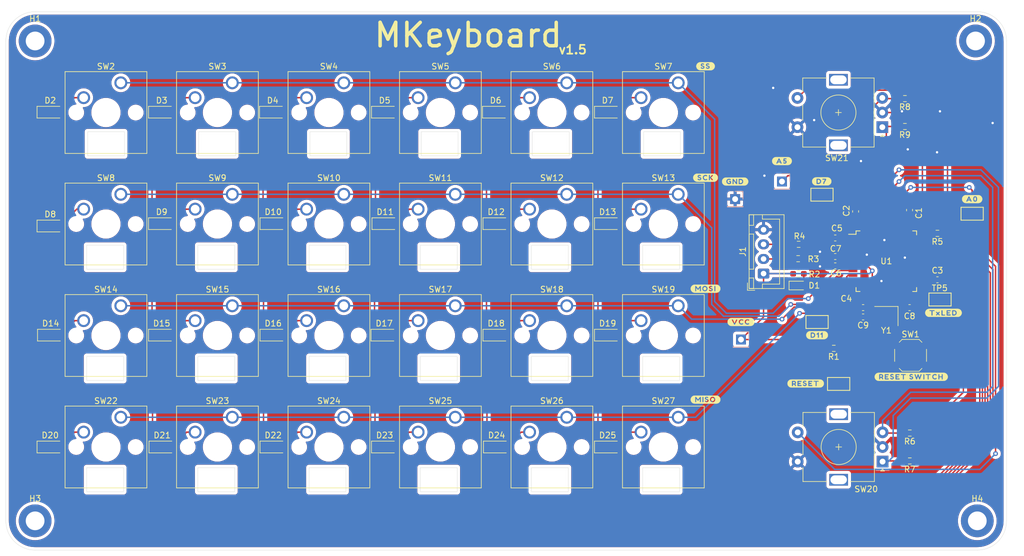
<source format=kicad_pcb>
(kicad_pcb (version 20210424) (generator pcbnew)
  (title_block (title "Macro Keyboard") (date "2021-04-16") (rev "v1.5"))
  (layers (0 "F.Cu" signal) (31 "B.Cu" signal) (34 "B.Paste" user) (35 "F.Paste" user) (36 "B.SilkS" user "B.Silkscreen") (37 "F.SilkS" user "F.Silkscreen") (38 "B.Mask" user) (39 "F.Mask" user) (44 "Edge.Cuts" user))
  (net 0 "")
  (net 1 "VCC")
  (net 2 "GND")
  (net 3 "Net-(C8-Pad1)")
  (net 4 "Net-(C9-Pad1)")
  (net 5 "Net-(D1-Pad2)")
  (net 6 "/C_0")
  (net 7 "Net-(D2-Pad2)")
  (net 8 "/C_1")
  (net 9 "Net-(D3-Pad2)")
  (net 10 "/C_2")
  (net 11 "Net-(D4-Pad2)")
  (net 12 "/C_3")
  (net 13 "Net-(D5-Pad2)")
  (net 14 "/C_4")
  (net 15 "Net-(D6-Pad2)")
  (net 16 "/C_5")
  (net 17 "Net-(D7-Pad2)")
  (net 18 "Net-(D8-Pad2)")
  (net 19 "Net-(D9-Pad2)")
  (net 20 "Net-(D10-Pad2)")
  (net 21 "Net-(D11-Pad2)")
  (net 22 "Net-(D12-Pad2)")
  (net 23 "Net-(D13-Pad2)")
  (net 24 "Net-(D14-Pad2)")
  (net 25 "Net-(D15-Pad2)")
  (net 26 "Net-(D16-Pad2)")
  (net 27 "Net-(D17-Pad2)")
  (net 28 "Net-(D18-Pad2)")
  (net 29 "Net-(D19-Pad2)")
  (net 30 "Net-(J1-Pad2)")
  (net 31 "Net-(J1-Pad3)")
  (net 32 "/RESET")
  (net 33 "/D+")
  (net 34 "/D-")
  (net 35 "Net-(R5-Pad2)")
  (net 36 "/DT_1")
  (net 37 "/CLK_1")
  (net 38 "/DT_2")
  (net 39 "/CLK_2")
  (net 40 "/R_0")
  (net 41 "/R_1")
  (net 42 "/R_2")
  (net 43 "/SW_1")
  (net 44 "/SW_2")
  (net 45 "/D7")
  (net 46 "/D11")
  (net 47 "/D3")
  (net 48 "/D2")
  (net 49 "/D0")
  (net 50 "/D1")
  (net 51 "/TXLED")
  (net 53 "Net-(D20-Pad2)")
  (net 54 "Net-(D21-Pad2)")
  (net 55 "Net-(D22-Pad2)")
  (net 56 "Net-(D23-Pad2)")
  (net 57 "Net-(D24-Pad2)")
  (net 58 "Net-(D25-Pad2)")
  (net 59 "/R_3")
  (net 60 "Net-(C7-Pad1)")
  (net 61 "/A0")
  (net 62 "/A5")
  (footprint "Capacitor_SMD:C_0603_1608Metric_Pad1.08x0.95mm_HandSolder" (layer "F.Cu") (at 207.10375 96.81625 180)
    (fp_text reference "C7")
    (fp_text value "1uF")
  )
  (footprint "Capacitor_SMD:C_0603_1608Metric_Pad1.08x0.95mm_HandSolder" (layer "F.Cu") (at 210.59 89.11 90)
    (fp_text reference "C2")
    (fp_text value "100nF")
  )
  (footprint "Button_Switch_SMD:SW_SPST_SKQG_WithStem" (layer "F.Cu") (at 219.98 113.7)
    (fp_text reference "SW1")
    (fp_text value "RESET SWITCH")
  )
  (footprint "Button_Switch_Keyboard:SW_Cherry_MX_1.00u_PCB" (layer "F.Cu") (at 161.225 86.18)
    (fp_text reference "SW12")
    (fp_text value "SW_Push")
  )
  (footprint "Diode_SMD:D_SOD-123" (layer "F.Cu") (at 130.19125 91.1965)
    (fp_text reference "D11")
    (fp_text value "1N4148")
  )
  (footprint "Diode_SMD:D_SOD-123" (layer "F.Cu") (at 130.11 72.1465)
    (fp_text reference "D5")
    (fp_text value "1N4148")
  )
  (footprint "Diode_SMD:D_SOD-123" (layer "F.Cu") (at 149.24125 129.36)
    (fp_text reference "D24")
    (fp_text value "1N4148")
  )
  (footprint "Diode_SMD:D_SOD-123" (layer "F.Cu") (at 168.21 91.1965)
    (fp_text reference "D13")
    (fp_text value "1N4148")
  )
  (footprint "Package_QFP:TQFP-44_10x10mm_P0.8mm" (layer "F.Cu") (at 215.835 97.61)
    (fp_text reference "U1")
    (fp_text value "atmega32u4-au")
  )
  (footprint "Resistor_SMD:R_0603_1608Metric_Pad0.98x0.95mm_HandSolder" (layer "F.Cu") (at 219.01 69.82875 180)
    (fp_text reference "R8")
    (fp_text value "10K")
  )
  (footprint "Diode_SMD:D_SOD-123" (layer "F.Cu") (at 92.01 110.2465)
    (fp_text reference "D15")
    (fp_text value "1N4148")
  )
  (footprint "Diode_SMD:D_SOD-123" (layer "F.Cu") (at 111.06 129.36)
    (fp_text reference "D22")
    (fp_text value "1N4148")
  )
  (footprint "Button_Switch_Keyboard:SW_Cherry_MX_1.00u_PCB" (layer "F.Cu") (at 142.175 105.23)
    (fp_text reference "SW17")
    (fp_text value "SW_Push")
  )
  (footprint "Button_Switch_Keyboard:SW_Cherry_MX_1.00u_PCB" (layer "F.Cu") (at 142.175 86.18)
    (fp_text reference "SW11")
    (fp_text value "SW_Push")
  )
  (footprint "Button_Switch_Keyboard:SW_Cherry_MX_1.00u_PCB" (layer "F.Cu") (at 161.225 105.23)
    (fp_text reference "SW18")
    (fp_text value "SW_Push")
  )
  (footprint "TestPoint:TestPoint_Keystone_5015_Micro-Minature" (layer "F.Cu") (at 230.5 89.5)
    (fp_text reference "TP3")
    (fp_text value "A0")
  )
  (footprint "buzzardLabel" (layer "F.Cu") (at 225.6 106.44)
    (fp_text reference "")
    (fp_text value "")
  )
  (footprint "buzzardLabel" (layer "F.Cu") (at 184.94375 102.31)
    (fp_text reference "")
    (fp_text value "")
  )
  (footprint "MountingHole:MountingHole_3.2mm_M3_DIN965_Pad" (layer "F.Cu") (at 231.37875 141.97875)
    (fp_text reference "H4")
    (fp_text value "MountingHole")
  )
  (footprint "Resistor_SMD:R_0603_1608Metric_Pad0.98x0.95mm_HandSolder" (layer "F.Cu") (at 219.8475 131.74125 180)
    (fp_text reference "R7")
    (fp_text value "10K")
  )
  (footprint "Button_Switch_Keyboard:SW_Cherry_MX_1.00u_PCB" (layer "F.Cu") (at 123.125 124.28)
    (fp_text reference "SW24")
    (fp_text value "SW_Push")
  )
  (footprint "Diode_SMD:D_SOD-123" (layer "F.Cu") (at 149.16 110.2465)
    (fp_text reference "D18")
    (fp_text value "1N4148")
  )
  (footprint "Diode_SMD:D_SOD-123" (layer "F.Cu") (at 72.96 91.5965)
    (fp_text reference "D8")
    (fp_text value "1N4148")
  )
  (footprint "Button_Switch_Keyboard:SW_Cherry_MX_1.00u_PCB" (layer "F.Cu") (at 85.025 105.23)
    (fp_text reference "SW14")
    (fp_text value "SW_Push")
  )
  (footprint "Rotary_Encoder:RotaryEncoder_Alps_EC11E-Switch_Vertical_H20mm" (layer "F.Cu") (at 215.19125 131.86 180)
    (fp_text reference "SW20")
    (fp_text value "Rotary_Encoder_Switch")
  )
  (footprint "Capacitor_SMD:C_0603_1608Metric_Pad1.08x0.95mm_HandSolder" (layer "F.Cu") (at 211.86625 105.5475 180)
    (fp_text reference "C4")
    (fp_text value "100nF")
  )
  (footprint "buzzardLabel" (layer "F.Cu") (at 204.00125 110.25125)
    (fp_text reference "")
    (fp_text value "")
  )
  (footprint "Diode_SMD:D_SOD-123" (layer "F.Cu") (at 111.06 91.1965)
    (fp_text reference "D10")
    (fp_text value "1N4148")
  )
  (footprint "Resistor_SMD:R_0603_1608Metric_Pad0.98x0.95mm_HandSolder" (layer "F.Cu") (at 206.85625 112.5 180)
    (fp_text reference "R1")
    (fp_text value "10K")
  )
  (footprint "Capacitor_SMD:C_0603_1608Metric_Pad1.08x0.95mm_HandSolder" (layer "F.Cu") (at 219.80375 105.5475)
    (fp_text reference "C8")
    (fp_text value "22pF")
  )
  (footprint "Capacitor_SMD:C_0603_1608Metric_Pad1.08x0.95mm_HandSolder" (layer "F.Cu") (at 207.10375 93.64125 180)
    (fp_text reference "C5")
    (fp_text value "100nF")
  )
  (footprint "Diode_SMD:D_SOD-123" (layer "F.Cu") (at 149.07875 72.1465)
    (fp_text reference "D6")
    (fp_text value "1N4148")
  )
  (footprint "Button_Switch_Keyboard:SW_Cherry_MX_1.00u_PCB" (layer "F.Cu") (at 104.075 67.13)
    (fp_text reference "SW3")
    (fp_text value "SW_Push")
  )
  (footprint "MountingHole:MountingHole_3.2mm_M3_DIN965_Pad" (layer "F.Cu") (at 231.07875 59.97875)
    (fp_text reference "H2")
    (fp_text value "MountingHole")
  )
  (footprint "Diode_SMD:D_SOD-123" (layer "F.Cu") (at 130.11 129.36)
    (fp_text reference "D23")
    (fp_text value "1N4148")
  )
  (footprint "Button_Switch_Keyboard:SW_Cherry_MX_1.00u_PCB" (layer "F.Cu") (at 180.275 86.18)
    (fp_text reference "SW13")
    (fp_text value "SW_Push")
  )
  (footprint "Connector_JST:JST_XH_B4B-XH-A_1x04_P2.50mm_Vertical" (layer "F.Cu") (at 194.85375 99.72875 90)
    (fp_text reference "J1")
    (fp_text value "Conn_01x04_Female")
  )
  (footprint "TestPoint:TestPoint_Keystone_5015_Micro-Minature" (layer "F.Cu") (at 207.6875 118.58125 180)
    (fp_text reference "TP2")
    (fp_text value "RESET")
  )
  (footprint "Resistor_SMD:R_0603_1608Metric_Pad0.98x0.95mm_HandSolder" (layer "F.Cu") (at 200.84875 94.725 180)
    (fp_text reference "R4")
    (fp_text value "22R")
  )
  (footprint "Diode_SMD:D_SOD-123" (layer "F.Cu") (at 149.16 91.1965)
    (fp_text reference "D12")
    (fp_text value "1N4148")
  )
  (footprint "Button_Switch_Keyboard:SW_Cherry_MX_1.00u_PCB" (layer "F.Cu") (at 123.125 105.23)
    (fp_text reference "SW16")
    (fp_text value "SW_Push")
  )
  (footprint "Diode_SMD:D_SOD-123" (layer "F.Cu") (at 168.21 72.1465)
    (fp_text reference "D7")
    (fp_text value "1N4148")
  )
  (footprint "Button_Switch_Keyboard:SW_Cherry_MX_1.00u_PCB" (layer "F.Cu") (at 104.075 105.23)
    (fp_text reference "SW15")
    (fp_text value "SW_Push")
  )
  (footprint "Capacitor_SMD:C_0603_1608Metric_Pad1.08x0.95mm_HandSolder" (layer "F.Cu") (at 219.80375 88.87875 90)
    (fp_text reference "C1")
    (fp_text value "1uF")
  )
  (footprint "Resistor_SMD:R_0603_1608Metric_Pad0.98x0.95mm_HandSolder" (layer "F.Cu") (at 200.76625 97.185 180)
    (fp_text reference "R3")
    (fp_text value "22R")
  )
  (footprint "buzzardLabel" (layer "F.Cu") (at 190 84)
    (fp_text reference "")
    (fp_text value "")
  )
  (footprint "buzzardLabel" (layer "F.Cu") (at 204.8 83.97)
    (fp_text reference "")
    (fp_text value "")
  )
  (footprint "buzzardLabel" (layer "F.Cu") (at 184.94375 64.29375)
    (fp_text reference "")
    (fp_text value "")
  )
  (footprint "Diode_SMD:D_SOD-123" (layer "F.Cu") (at 130.02875 110.2465)
    (fp_text reference "D17")
    (fp_text value "1N4148")
  )
  (footprint "Resistor_SMD:R_0603_1608Metric_Pad0.98x0.95mm_HandSolder" (layer "F.Cu") (at 200.82375 99.765)
    (fp_text reference "R2")
    (fp_text value "1K")
  )
  (footprint "Button_Switch_Keyboard:SW_Cherry_MX_1.00u_PCB" (layer "F.Cu") (at 161.225 124.28)
    (fp_text reference "SW26")
    (fp_text value "SW_Push")
  )
  (footprint "Resistor_SMD:R_0603_1608Metric_Pad0.98x0.95mm_HandSolder" (layer "F.Cu") (at 219.8475 126.97875 180)
    (fp_text reference "R6")
    (fp_text value "10K")
  )
  (footprint "Button_Switch_Keyboard:SW_Cherry_MX_1.00u_PCB" (layer "F.Cu") (at 85.025 67.13)
    (fp_text reference "SW2")
    (fp_text value "SW_Push")
  )
  (footprint "Diode_SMD:D_SOD-123" (layer "F.Cu") (at 168.21 110.2465)
    (fp_text reference "D19")
    (fp_text value "1N4148")
  )
  (footprint "buzzardLabel" (layer "F.Cu") (at 230.5 87)
    (fp_text reference "")
    (fp_text value "")
  )
  (footprint "LED_SMD:LED_0603_1608Metric_Pad1.05x0.95mm_HandSolder" (layer "F.Cu") (at 200.87625 101.765)
    (fp_text reference "D1")
    (fp_text value "LED_Small")
  )
  (footprint "Diode_SMD:D_SOD-123" (layer "F.Cu") (at 110.97875 72.1465)
    (fp_text reference "D4")
    (fp_text value "1N4148")
  )
  (footprint "Diode_SMD:D_SOD-123" (layer "F.Cu") (at 111.06 110.2465)
    (fp_text reference "D16")
    (fp_text value "1N4148")
  )
  (footprint "buzzardLabel" (layer "F.Cu") (at 184.94375 83.34375)
    (fp_text reference "")
    (fp_text value "")
  )
  (footprint "TestPoint:TestPoint_Keystone_5015_Micro-Minature" (layer "F.Cu") (at 204.83875 86.24875)
    (fp_text reference "TP7")
    (fp_text value "D7")
  )
  (footprint "Button_Switch_Keyboard:SW_Cherry_MX_1.00u_PCB" (layer "F.Cu") (at 85.025 86.18)
    (fp_text reference "SW8")
    (fp_text value "SW_Push")
  )
  (footprint "Diode_SMD:D_SOD-123" (layer "F.Cu") (at 92.01 72.1465)
    (fp_text reference "D3")
    (fp_text value "1N4148")
  )
  (footprint "Rotary_Encoder:RotaryEncoder_Alps_EC11E-Switch_Vertical_H20mm" (layer "F.Cu") (at 215.1475 74.71 180)
    (fp_text reference "SW21")
    (fp_text value "Rotary_Encoder_Switch")
  )
  (footprint "Button_Switch_Keyboard:SW_Cherry_MX_1.00u_PCB" (layer "F.Cu") (at 123.125 67.13)
    (fp_text reference "SW4")
    (fp_text value "SW_Push")
  )
  (footprint "Diode_SMD:D_SOD-123" (layer "F.Cu") (at 168.21 129.36)
    (fp_text reference "D25")
    (fp_text value "1N4148")
  )
  (footprint "buzzardLabel" (layer "F.Cu") (at 198 80.5)
    (fp_text reference "")
    (fp_text value "")
  )
  (footprint "MountingHole:MountingHole_3.2mm_M3_DIN965_Pad" (layer "F.Cu") (at 70.37875 141.97875)
    (fp_text reference "H3")
    (fp_text value "MountingHole")
  )
  (footprint "Button_Switch_Keyboard:SW_Cherry_MX_1.00u_PCB" (layer "F.Cu") (at 180.275 105.23)
    (fp_text reference "SW19")
    (fp_text value "SW_Push")
  )
  (footprint "Button_Switch_Keyboard:SW_Cherry_MX_1.00u_PCB" (layer "F.Cu") (at 123.125 86.18)
    (fp_text reference "SW10")
    (fp_text value "SW_Push")
  )
  (footprint "TestPoint:TestPoint_Keystone_5015_Micro-Minature" (layer "F.Cu") (at 225.00875 104.15875)
    (fp_text reference "TP5")
    (fp_text value "TXLED")
  )
  (footprint "Diode_SMD:D_SOD-123" (layer "F.Cu") (at 92.01 91.1965)
    (fp_text reference "D9")
    (fp_text value "1N4148")
  )
  (footprint "Resistor_SMD:R_0603_1608Metric_Pad0.98x0.95mm_HandSolder" (layer "F.Cu") (at 224.56625 92.8475 180)
    (fp_text reference "R5")
    (fp_text value "10k")
  )
  (footprint "Button_Switch_Keyboard:SW_Cherry_MX_1.00u_PCB" (layer "F.Cu") (at 142.175 124.28)
    (fp_text reference "SW25")
    (fp_text value "SW_Push")
  )
  (footprint "MountingHole:MountingHole_3.2mm_M3_DIN965_Pad" (layer "F.Cu") (at 70.37875 59.97875)
    (fp_text reference "H1")
    (fp_text value "MountingHole")
  )
  (footprint "Crystal:Crystal_SMD_3225-4Pin_3.2x2.5mm" (layer "F.Cu") (at 215.835 107 180)
    (fp_text reference "Y1")
    (fp_text value "Crystal")
  )
  (footprint "buzzardLabel" (layer "F.Cu") (at 202.05 118.51)
    (fp_text reference "")
    (fp_text value "")
  )
  (footprint "Diode_SMD:D_SOD-123" (layer "F.Cu") (at 92.09125 129.36)
    (fp_text reference "D21")
    (fp_text value "1N4148")
  )
  (footprint "buzzardLabel" (layer "F.Cu") (at 191 108)
    (fp_text reference "")
    (fp_text value "")
  )
  (footprint "Button_Switch_Keyboard:SW_Cherry_MX_1.00u_PCB" (layer "F.Cu") (at 85.025 124.28)
    (fp_text reference "SW22")
    (fp_text value "SW_Push")
  )
  (footprint "TestPoint:TestPoint_Keystone_5015_Micro-Minature" (layer "F.Cu") (at 204 108)
    (fp_text reference "TP11")
    (fp_text value "D11")
  )
  (footprint "Button_Switch_Keyboard:SW_Cherry_MX_1.00u_PCB" (layer "F.Cu") (at 161.225 67.13)
    (fp_text reference "SW6")
    (fp_text value "SW_Push")
  )
  (footprint "buzzardLabel" (layer "F.Cu") (at 184.94375 121.26)
    (fp_text reference "")
    (fp_text value "")
  )
  (footprint "Capacitor_SMD:C_0603_1608Metric_Pad1.08x0.95mm_HandSolder" (layer "F.Cu") (at 211.86625 107.135 180)
    (fp_text reference "C9")
    (fp_text value "22pF")
  )
  (footprint "Button_Switch_Keyboard:SW_Cherry_MX_1.00u_PCB" (layer "F.Cu") (at 180.275 67.13)
    (fp_text reference "SW7")
    (fp_text value "SW_Push")
  )
  (footprint "buzzardLabel" (layer "F.Cu") (at 220.09 117.37)
    (fp_text reference "")
    (fp_text value "")
  )
  (footprint "Diode_SMD:D_SOD-123" (layer "F.Cu") (at 72.96 72.1465)
    (fp_text reference "D2")
    (fp_text value "1N4148")
  )
  (footprint "Resistor_SMD:R_0603_1608Metric_Pad0.98x0.95mm_HandSolder" (layer "F.Cu") (at 219.01 74.59125 180)
    (fp_text reference "R9")
    (fp_text value "10K")
  )
  (footprint "Button_Switch_Keyboard:SW_Cherry_MX_1.00u_PCB" (layer "F.Cu") (at 104.075 86.18)
    (fp_text reference "SW9")
    (fp_text value "SW_Push")
  )
  (footprint "Diode_SMD:D_SOD-123" (layer "F.Cu") (at 73.04125 110.2465)
    (fp_text reference "D14")
    (fp_text value "1N4148")
  )
  (footprint "Button_Switch_Keyboard:SW_Cherry_MX_1.00u_PCB" (layer "F.Cu") (at 180.275 124.28)
    (fp_text reference "SW27")
    (fp_text value "SW_Push")
  )
  (footprint "Capacitor_SMD:C_0603_1608Metric_Pad1.08x0.95mm_HandSolder" (layer "F.Cu") (at 224.56625 100.785)
    (fp_text reference "C3")
    (fp_text value "100nF")
  )
  (footprint "Diode_SMD:D_SOD-123" (layer "F.Cu") (at 72.96 129.36)
    (fp_text reference "D20")
    (fp_text value "1N4148")
  )
  (footprint "Button_Switch_Keyboard:SW_Cherry_MX_1.00u_PCB" (layer "F.Cu") (at 104.075 124.28)
    (fp_text reference "SW23")
    (fp_text value "SW_Push")
  )
  (footprint "Capacitor_SMD:C_0603_1608Metric_Pad1.08x0.95mm_HandSolder" (layer "F.Cu") (at 207.10375 98.40375 180)
    (fp_text reference "C6")
    (fp_text value "1uF")
  )
  (footprint "Button_Switch_Keyboard:SW_Cherry_MX_1.00u_PCB" (layer "F.Cu") (at 142.175 67.13)
    (fp_text reference "SW5")
    (fp_text value "SW_Push")
  )
  (footprint "Connector_PinHeader_2.54mm:PinHeader_1x01_P2.54mm_Vertical" (layer "B.Cu") (at 190 87 180)
    (fp_text reference "TP6")
    (fp_text value "GND")
  )
  (footprint "Connector_PinHeader_2.54mm:PinHeader_1x01_P2.54mm_Vertical" (layer "B.Cu") (at 191 111 180)
    (fp_text reference "TP1")
    (fp_text value "VCC")
  )
  (footprint "Connector_PinHeader_2.54mm:PinHeader_1x01_P2.54mm_Vertical" (layer "B.Cu") (at 198 84 180)
    (fp_text reference "TP4")
    (fp_text value "A5")
  )
  (gr_rect (start 117.19375 94.89) (end 123.49375 98.99) (layer "Edge.Cuts") (width 0.05) (fill none))
  (gr_arc (start 70.37875 59.97875) (end 65.37875 59.97875) (angle 90) (layer "Edge.Cuts") (width 0.05))
  (gr_rect (start 136.19375 94.89) (end 142.49375 98.99) (layer "Edge.Cuts") (width 0.05) (fill none))
  (gr_rect (start 174.2 113.9) (end 180.5 118) (layer "Edge.Cuts") (width 0.05) (fill none))
  (gr_rect (start 155.35 75.5) (end 161.65 79.6) (layer "Edge.Cuts") (width 0.05) (fill none))
  (gr_rect (start 98.19375 113.89) (end 104.49375 117.99) (layer "Edge.Cuts") (width 0.05) (fill none))
  (gr_arc (start 231.37875 141.97875) (end 236.37875 141.97875) (angle 90) (layer "Edge.Cuts") (width 0.05))
  (gr_rect (start 98.19375 94.89) (end 104.49375 98.99) (layer "Edge.Cuts") (width 0.05) (fill none))
  (gr_line (start 236.37875 59.97875) (end 236.37875 141.97875) (layer "Edge.Cuts") (width 0.05))
  (gr_line (start 65.37875 59.97875) (end 65.37875 141.97875) (layer "Edge.Cuts") (width 0.05))
  (gr_rect (start 98.19375 132.89) (end 104.49375 136.99) (layer "Edge.Cuts") (width 0.05) (fill none))
  (gr_rect (start 117.35 75.5) (end 123.65 79.6) (layer "Edge.Cuts") (width 0.05) (fill none))
  (gr_rect (start 79.19375 132.89) (end 85.49375 136.99) (layer "Edge.Cuts") (width 0.05) (fill none))
  (gr_rect (start 174.35625 75.51) (end 180.65625 79.61) (layer "Edge.Cuts") (width 0.05) (fill none))
  (gr_rect (start 98.35 75.5) (end 104.65 79.6) (layer "Edge.Cuts") (width 0.05) (fill none))
  (gr_rect (start 174.2 132.9) (end 180.5 137) (layer "Edge.Cuts") (width 0.05) (fill none))
  (gr_rect (start 136.19375 113.89) (end 142.49375 117.99) (layer "Edge.Cuts") (width 0.05) (fill none))
  (gr_line (start 70.37875 146.97875) (end 231.37875 146.97875) (layer "Edge.Cuts") (width 0.05))
  (gr_rect (start 136.19375 132.89) (end 142.49375 136.99) (layer "Edge.Cuts") (width 0.05) (fill none))
  (gr_rect (start 117.19375 113.89) (end 123.49375 117.99) (layer "Edge.Cuts") (width 0.05) (fill none))
  (gr_rect (start 155.19375 113.89) (end 161.49375 117.99) (layer "Edge.Cuts") (width 0.05) (fill none))
  (gr_rect (start 174.2 94.9) (end 180.5 99) (layer "Edge.Cuts") (width 0.05) (fill none))
  (gr_rect (start 155.19375 94.89) (end 161.49375 98.99) (layer "Edge.Cuts") (width 0.05) (fill none))
  (gr_arc (start 231.37875 59.97875) (end 231.37875 54.97875) (angle 90) (layer "Edge.Cuts") (width 0.05))
  (gr_rect (start 155.19375 132.89) (end 161.49375 136.99) (layer "Edge.Cuts") (width 0.05) (fill none))
  (gr_rect (start 79.35 75.5) (end 85.65 79.6) (layer "Edge.Cuts") (width 0.05) (fill none))
  (gr_rect (start 136.35 75.5) (end 142.65 79.6) (layer "Edge.Cuts") (width 0.05) (fill none))
  (gr_rect (start 79.19375 94.89) (end 85.49375 98.99) (layer "Edge.Cuts") (width 0.05) (fill none))
  (gr_arc (start 70.37875 141.97875) (end 70.37875 146.97875) (angle 90) (layer "Edge.Cuts") (width 0.05))
  (gr_line (start 231.37875 54.97875) (end 70.37875 54.97875) (layer "Edge.Cuts") (width 0.05))
  (gr_rect (start 79.19375 113.89) (end 85.49375 117.99) (layer "Edge.Cuts") (width 0.05) (fill none))
  (gr_rect (start 117.19375 132.89) (end 123.49375 136.99) (layer "Edge.Cuts") (width 0.05) (fill none))
  (gr_text "MKeyboard" (at 144.37875 58.97875) (layer "F.SilkS") (effects (font (size 4 4) (thickness 0.6))))
  (gr_text "v1.5" (at 162.25 61.47) (layer "F.SilkS") (effects (font (size 1.5 1.5) (thickness 0.3))))
  (segment (start 220.97875 126.97875) (end 220.76 126.97875) (width 0.25) (layer "F.Cu") (net 1))
  (segment (start 214.925 96.075) (end 214.925 96) (width 0.25) (layer "F.Cu") (net 1))
  (segment (start 222 74) (end 222 89) (width 0.25) (layer "F.Cu") (net 1))
  (segment (start 199.875 99.72875) (end 199.91125 99.765) (width 0.25) (layer "F.Cu") (net 1))
  (segment (start 203.74875 111) (end 205.24875 112.5) (width 0.25) (layer "F.Cu") (net 1))
  (segment (start 221.535 100.81) (end 223.67875 100.81) (width 0.25) (layer "F.Cu") (net 1))
  (segment (start 211.835 91.91) (end 211.835 92.91) (width 0.25) (layer "F.Cu") (net 1))
  (segment (start 228 102) (end 229 103) (width 0.25) (layer "F.Cu") (net 1))
  (segment (start 213.9625 95.0375) (end 214.925 96) (width 0.25) (layer "F.Cu") (net 1))
  (segment (start 211.835 92.91) (end 213.9625 95.0375) (width 0.25) (layer "F.Cu") (net 1))
  (segment (start 205.24875 112.5) (end 205.94375 112.5) (width 0.25) (layer "F.Cu") (net 1))
  (segment (start 220.76 131.74125) (end 221.25875 131.74125) (width 0.25) (layer "F.Cu") (net 1))
  (segment (start 223.67875 100.81) (end 223.70375 100.785) (width 0.25) (layer "F.Cu") (net 1))
  (segment (start 213.335 94.41) (end 213.9625 95.0375) (width 0.25) (layer "F.Cu") (net 1))
  (segment (start 213.435 103.31) (end 213.435 104.84125) (width 0.25) (layer "F.Cu") (net 1))
  (segment (start 191 111) (end 203.74875 111) (width 0.25) (layer "F.Cu") (net 1))
  (segment (start 213.435 99.255) (end 212.59 98.41) (width 0.25) (layer "F.Cu") (net 1))
  (segment (start 216.745 96) (end 219.835 92.91) (width 0.25) (layer "F.Cu") (net 1))
  (segment (start 210.12875 98.40375) (end 210.135 98.41) (width 0.25) (layer "F.Cu") (net 1))
  (segment (start 220.535 100.81) (end 216.745 97.02) (width 0.25) (layer "F.Cu") (net 1))
  (segment (start 210.135 94.41) (end 213.335 94.41) (width 0.25) (layer "F.Cu") (net 1))
  (segment (start 207.96625 93.64125) (end 208.50375 93.64125) (width 0.25) (layer "F.Cu") (net 1))
  (segment (start 209.2725 94.41) (end 210.135 94.41) (width 0.25) (layer "F.Cu") (net 1))
  (segment (start 222 124) (end 220.76 125.24) (width 0.25) (layer "F.Cu") (net 1))
  (segment (start 207.96625 98.40375) (end 210.12875 98.40375) (width 0.25) (layer "F.Cu") (net 1))
  (segment (start 210.135 98.41) (end 212.59 98.41) (width 0.25) (layer "F.Cu") (net 1))
  (segment (start 221.535 100.81) (end 220.535 100.81) (width 0.25) (layer "F.Cu") (net 1))
  (segment (start 223.70375 100.785) (end 224.91875 102) (width 0.25) (layer "F.Cu") (net 1))
  (segment (start 212.59 98.41) (end 214.925 96.075) (width 0.25) (layer "F.Cu") (net 1))
  (segment (start 219.9225 69.82875) (end 221.82875 69.82875) (width 0.25) (layer "F.Cu") (net 1))
  (segment (start 229 120) (end 225 124) (width 0.25) (layer "F.Cu") (net 1))
  (segment (start 213.435 104.84125) (end 212.72875 105.5475) (width 0.25) (layer "F.Cu") (net 1))
  (segment (start 194.85375 99.72875) (end 199.875 99.72875) (width 0.25) (layer "F.Cu") (net 1))
  (segment (start 194.85375 107.14625) (end 191 111) (width 0.25) (layer "F.Cu") (net 1))
  (segment (start 214.925 96) (end 216.745 96) (width 0.25) (layer "F.Cu") (net 1))
  (segment (start 221.25875 131.74125) (end 222 131) (width 0.25) (layer "F.Cu") (net 1))
  (segment (start 225 124) (end 222 124) (width 0.25) (layer "F.Cu") (net 1))
  (segment (start 219.80375 89.74125) (end 219.80375 91.87875) (width 0.25) (layer "F.Cu") (net 1))
  (segment (start 194.85375 99.72875) (end 194.85375 107.14625) (width 0.25) (layer "F.Cu") (net 1))
  (segment (start 222 74) (end 221.40875 74.59125) (width 0.25) (layer "F.Cu") (net 1))
  (segment (start 208.50375 93.64125) (end 209.2725 94.41) (width 0.25) (layer "F.Cu") (net 1))
  (segment (start 219.835 92.91) (end 219.835 91.91) (width 0.25) (layer "F.Cu") (net 1))
  (segment (start 221.40875 74.59125) (end 219.9225 74.59125) (width 0.25) (layer "F.Cu") (net 1))
  (segment (start 216.745 97.02) (end 216.745 96) (width 0.25) (layer "F.Cu") (net 1))
  (segment (start 210.59 90.665) (end 211.835 91.91) (width 0.25) (layer "F.Cu") (net 1))
  (segment (start 203.74875 111) (end 204.64625 111.8975) (width 0.25) (layer "F.Cu") (net 1))
  (segment (start 222 89) (end 221.25875 89.74125) (width 0.25) (layer "F.Cu") (net 1))
  (segment (start 219.80375 91.87875) (end 219.835 91.91) (width 0.25) (layer "F.Cu") (net 1))
  (segment (start 222 70) (end 222 74) (width 0.25) (layer "F.Cu") (net 1))
  (segment (start 213.435 103.31) (end 213.435 99.255) (width 0.25) (layer "F.Cu") (net 1))
  (segment (start 224.91875 102) (end 228 102) (width 0.25) (layer "F.Cu") (net 1))
  (segment (start 221.25875 89.74125) (end 219.80375 89.74125) (width 0.25) (layer "F.Cu") (net 1))
  (segment (start 229 103) (end 229 120) (width 0.25) (layer "F.Cu") (net 1))
  (segment (start 221.82875 69.82875) (end 222 70) (width 0.25) (layer "F.Cu") (net 1))
  (segment (start 229 120) (end 228 121) (width 0.25) (layer "F.Cu") (net 1))
  (segment (start 222 131) (end 222 128) (width 0.25) (layer "F.Cu") (net 1))
  (segment (start 222 128) (end 220.97875 126.97875) (width 0.25) (layer "F.Cu") (net 1))
  (segment (start 220.76 125.24) (end 220.76 126.97875) (width 0.25) (layer "F.Cu") (net 1))
  (segment (start 210.59 89.9725) (end 210.59 90.665) (width 0.25) (layer "F.Cu") (net 1))
  (via (at 213.435 99.255) (size 0.8) (drill 0.4) (layers "F.Cu" "B.Cu") (net 1))
  (segment (start 194.85375 99.72875) (end 212.96125 99.72875) (width 0.25) (layer "B.Cu") (net 1))
  (segment (start 212.96125 99.72875) (end 213.435 99.255) (width 0.25) (layer "B.Cu") (net 1))
  (segment (start 212.19 96.81) (end 212.5 96.5) (width 0.25) (layer "F.Cu") (net 2))
  (segment (start 192.22875 92.22875) (end 194.85375 92.22875) (width 0.25) (layer "F.Cu") (net 2))
  (segment (start 219.035 91.91) (end 219.035 92.91) (width 0.25) (layer "F.Cu") (net 2))
  (segment (start 190 90) (end 192.22875 92.22875) (width 0.25) (layer "F.Cu") (net 2))
  (segment (start 219.035 92.91) (end 217.945 94) (width 0.25) (layer "F.Cu") (net 2))
  (segment (start 215.1475 72.21) (end 218.29 72.21) (width 0.25) (layer "F.Cu") (net 2))
  (segment (start 213.725 94) (end 215.5 94) (width 0.25) (layer "F.Cu") (net 2))
  (segment (start 218.29 72.21) (end 218.5 72) (width 0.25) (layer "F.Cu") (net 2))
  (segment (start 212.635 91.91) (end 212.635 92.91) (width 0.25) (layer "F.Cu") (net 2))
  (segment (start 217.945 94) (end 215.5 94) (width 0.25) (layer "F.Cu") (net 2))
  (segment (start 214.235 101.765) (end 215 101) (width 0.25) (layer "F.Cu") (net 2))
  (segment (start 190 87) (end 190 90) (width 0.25) (layer "F.Cu") (net 2))
  (segment (start 212.635 92.91) (end 213.725 94) (width 0.25) (layer "F.Cu") (net 2))
  (segment (start 210.135 96.81) (end 212.19 96.81) (width 0.25) (layer "F.Cu") (net 2))
  (segment (start 214.235 103.31) (end 214.235 101.765) (width 0.25) (layer "F.Cu") (net 2))
  (via (at 219 97) (size 0.8) (drill 0.4) (layers "F.Cu" "B.Cu") (net 2))
  (via (at 215.5 94) (size 0.8) (drill 0.4) (layers "F.Cu" "B.Cu") (net 2))
  (via (at 215 101) (size 0.8) (drill 0.4) (layers "F.Cu" "B.Cu") (net 2))
  (via (at 219.5 78.5) (size 0.8) (drill 0.4) (layers "F.Cu" "B.Cu") (net 2))
  (via (at 234 74) (size 0.8) (drill 0.4) (layers "F.Cu" "B.Cu") (net 2))
  (via (at 211.5 80.5) (size 0.8) (drill 0.4) (layers "F.Cu" "B.Cu") (net 2))
  (via (at 203.5 73.5) (size 0.8) (drill 0.4) (layers "F.Cu" "B.Cu") (net 2))
  (via (at 195 83) (size 0.8) (drill 0.4) (layers "F.Cu" "B.Cu") (net 2))
  (via (at 212.5 96.5) (size 0.8) (drill 0.4) (layers "F.Cu" "B.Cu") (net 2))
  (via (at 224.5 79) (size 0.8) (drill 0.4) (layers "F.Cu" "B.Cu") (net 2))
  (via (at 204.5 96) (size 0.8) (drill 0.4) (layers "F.Cu" "B.Cu") (net 2))
  (via (at 218.5 72) (size 0.8) (drill 0.4) (layers "F.Cu" "B.Cu") (net 2))
  (via (at 196.5 68) (size 0.8) (drill 0.4) (layers "F.Cu" "B.Cu") (net 2))
  (via (at 204.5 98.5) (size 0.8) (drill 0.4) (layers "F.Cu" "B.Cu") (net 2))
  (via (at 225 72) (size 0.8) (drill 0.4) (layers "F.Cu" "B.Cu") (net 2))
  (segment (start 218.5 72) (end 225 72) (width 0.25) (layer "B.Cu") (net 2))
  (segment (start 217.5375 105.5475) (end 216.935 106.15) (width 0.25) (layer "F.Cu") (net 3))
  (segment (start 218.54375 105.15) (end 218.94125 105.5475) (width 0.25) (layer "F.Cu") (net 3))
  (segment (start 218.94125 105.5475) (end 217.5375 105.5475) (width 0.25) (layer "F.Cu") (net 3))
  (segment (start 215.835 105.05) (end 216.935 106.15) (width 0.25) (layer "F.Cu") (net 3))
  (segment (start 215.835 103.31) (end 215.835 105.05) (width 0.25) (layer "F.Cu") (net 3))
  (segment (start 214.735 106.15) (end 213.71375 106.15) (width 0.25) (layer "F.Cu") (net 4))
  (segment (start 215.035 105.85) (end 214.735 106.15) (width 0.25) (layer "F.Cu") (net 4))
  (segment (start 212.785 107.19125) (end 212.72875 107.135) (width 0.25) (layer "F.Cu") (net 4))
  (segment (start 215.035 103.31) (end 215.035 105.85) (width 0.25) (layer "F.Cu") (net 4))
  (segment (start 213.71375 106.15) (end 212.72875 107.135) (width 0.25) (layer "F.Cu") (net 4))
  (segment (start 201.73625 99.765) (end 201.73625 101.75) (width 0.25) (layer "F.Cu") (net 5))
  (segment (start 201.73625 101.75) (end 201.75125 101.765) (width 0.25) (layer "F.Cu") (net 5))
  (segment (start 231.01 96.01) (end 221.535 96.01) (width 0.25) (layer "F.Cu") (net 6))
  (segment (start 71.31 137.81) (end 75 141.5) (width 0.25) (layer "F.Cu") (net 6))
  (segment (start 234.050489 99.050489) (end 231.01 96.01) (width 0.25) (layer "F.Cu") (net 6))
  (segment (start 71.31 91.5965) (end 71.31 110.16525) (width 0.25) (layer "F.Cu") (net 6))
  (segment (start 71.31 72.1465) (end 71.31 91.5965) (width 0.25) (layer "F.Cu") (net 6))
  (segment (start 220.75 141.5) (end 234.050489 128.199511) (width 0.25) (layer "F.Cu") (net 6))
  (segment (start 75 141.5) (end 220.75 141.5) (width 0.25) (layer "F.Cu") (net 6))
  (segment (start 71.39125 110.2465) (end 71.39125 129.27875) (width 0.25) (layer "F.Cu") (net 6))
  (segment (start 234.050489 128.199511) (end 234.050489 99.050489) (width 0.25) (layer "F.Cu") (net 6))
  (segment (start 71.31 129.36) (end 71.31 137.81) (width 0.25) (layer "F.Cu") (net 6))
  (segment (start 71.39125 129.27875) (end 71.31 129.36) (width 0.25) (layer "F.Cu") (net 6))
  (segment (start 71.31 137.81) (end 72.085 138.585) (width 0.25) (layer "F.Cu") (net 6))
  (segment (start 71.31 110.16525) (end 71.39125 110.2465) (width 0.25) (layer "F.Cu") (net 6))
  (segment (start 77.0865 69.67) (end 78.675 69.67) (width 0.25) (layer "F.Cu") (net 7))
  (segment (start 74.61 72.1465) (end 77.0865 69.67) (width 0.25) (layer "F.Cu") (net 7))
  (segment (start 98.29 141) (end 220.614296 141) (width 0.25) (layer "F.Cu") (net 8))
  (segment (start 220.614296 141) (end 233.600978 128.013318) (width 0.25) (layer "F.Cu") (net 8))
  (segment (start 90.44125 133.15125) (end 98.29 141) (width 0.25) (layer "F.Cu") (net 8))
  (segment (start 90.36 110.2465) (end 90.36 91.1965) (width 0.25) (layer "F.Cu") (net 8))
  (segment (start 233.600978 128.013318) (end 233.600978 99.600978) (width 0.25) (layer "F.Cu") (net 8))
  (segment (start 233.600978 99.600978) (end 230.81 96.81) (width 0.25) (layer "F.Cu") (net 8))
  (segment (start 90.44125 110.32775) (end 90.36 110.2465) (width 0.25) (layer "F.Cu") (net 8))
  (segment (start 90.44125 129.36) (end 90.44125 133.15125) (width 0.25) (layer "F.Cu") (net 8))
  (segment (start 90.44125 133.15125) (end 91.21625 133.92625) (width 0.25) (layer "F.Cu") (net 8))
  (segment (start 230.81 96.81) (end 221.535 96.81) (width 0.25) (layer "F.Cu") (net 8))
  (segment (start 90.44125 129.36) (end 90.44125 110.32775) (width 0.25) (layer "F.Cu") (net 8))
  (segment (start 90.36 91.1965) (end 90.36 72.1465) (width 0.25) (layer "F.Cu") (net 8))
  (segment (start 93.66 72.1465) (end 96.1365 69.67) (width 0.25) (layer "F.Cu") (net 9))
  (segment (start 96.1365 69.67) (end 97.725 69.67) (width 0.25) (layer "F.Cu") (net 9))
  (segment (start 109.32875 72.1465) (end 109.32875 91.11525) (width 0.25) (layer "F.Cu") (net 10))
  (segment (start 233.151467 100.151467) (end 230.61 97.61) (width 0.25) (layer "F.Cu") (net 10))
  (segment (start 230.61 97.61) (end 221.535 97.61) (width 0.25) (layer "F.Cu") (net 10))
  (segment (start 109.41 138.41) (end 111.5 140.5) (width 0.25) (layer "F.Cu") (net 10))
  (segment (start 220.478592 140.5) (end 233.151467 127.827125) (width 0.25) (layer "F.Cu") (net 10))
  (segment (start 109.41 129.36) (end 109.41 138.41) (width 0.25) (layer "F.Cu") (net 10))
  (segment (start 109.41 110.2465) (end 109.41 129.36) (width 0.25) (layer "F.Cu") (net 10))
  (segment (start 109.32875 91.11525) (end 109.41 91.1965) (width 0.25) (layer "F.Cu") (net 10))
  (segment (start 109.41 91.1965) (end 109.41 110.2465) (width 0.25) (layer "F.Cu") (net 10))
  (segment (start 109.41 138.41) (end 110.185 139.185) (width 0.25) (layer "F.Cu") (net 10))
  (segment (start 233.151467 127.827125) (end 233.151467 100.151467) (width 0.25) (layer "F.Cu") (net 10))
  (segment (start 111.5 140.5) (end 220.478592 140.5) (width 0.25) (layer "F.Cu") (net 10))
  (segment (start 115.10525 69.67) (end 116.775 69.67) (width 0.25) (layer "F.Cu") (net 11))
  (segment (start 112.62875 72.1465) (end 115.10525 69.67) (width 0.25) (layer "F.Cu") (net 11))
  (segment (start 128.54125 72.22775) (end 128.46 72.1465) (width 0.25) (layer "F.Cu") (net 12))
  (segment (start 128.54125 91.1965) (end 128.54125 72.22775) (width 0.25) (layer "F.Cu") (net 12))
  (segment (start 128.37875 91.359) (end 128.54125 91.1965) (width 0.25) (layer "F.Cu") (net 12))
  (segment (start 128.46 133.9) (end 134.56 140) (width 0.25) (layer "F.Cu") (net 12))
  (segment (start 230.774296 98.41) (end 221.535 98.41) (width 0.25) (layer "F.Cu") (net 12))
  (segment (start 128.46 129.36) (end 128.46 110.32775) (width 0.25) (layer "F.Cu") (net 12))
  (segment (start 128.46 110.32775) (end 128.37875 110.2465) (width 0.25) (layer "F.Cu") (net 12))
  (segment (start 232.701956 100.33766) (end 230.774296 98.41) (width 0.25) (layer "F.Cu") (net 12))
  (segment (start 134.56 140) (end 139.875 140) (width 0.25) (layer "F.Cu") (net 12))
  (segment (start 128.37875 110.2465) (end 128.37875 91.359) (width 0.25) (layer "F.Cu") (net 12))
  (segment (start 134.56 140) (end 220.342888 140) (width 0.25) (layer "F.Cu") (net 12))
  (segment (start 128.46 129.36) (end 128.46 133.9) (width 0.25) (layer "F.Cu") (net 12))
  (segment (start 220.342888 140) (end 232.701956 127.640932) (width 0.25) (layer "F.Cu") (net 12))
  (segment (start 128.46 133.9) (end 129.235 134.675) (width 0.25) (layer "F.Cu") (net 12))
  (segment (start 232.701956 127.640932) (end 232.701956 100.33766) (width 0.25) (layer "F.Cu") (net 12))
  (segment (start 134.2365 69.67) (end 135.825 69.67) (width 0.25) (layer "F.Cu") (net 13))
  (segment (start 131.76 72.1465) (end 134.2365 69.67) (width 0.25) (layer "F.Cu") (net 13))
  (segment (start 147.59125 129.36) (end 147.59125 136.61125) (width 0.25) (layer "F.Cu") (net 14))
  (segment (start 150.48 139.5) (end 220.207184 139.5) (width 0.25) (layer "F.Cu") (net 14))
  (segment (start 147.51 110.2465) (end 147.51 91.1965) (width 0.25) (layer "F.Cu") (net 14))
  (segment (start 232.252445 100.523853) (end 230.938592 99.21) (width 0.25) (layer "F.Cu") (net 14))
  (segment (start 147.51 72.22775) (end 147.42875 72.1465) (width 0.25) (layer "F.Cu") (net 14))
  (segment (start 147.59125 129.36) (end 147.59125 110.32775) (width 0.25) (layer "F.Cu") (net 14))
  (segment (start 232.252445 127.454739) (end 232.252445 100.523853) (width 0.25) (layer "F.Cu") (net 14))
  (segment (start 147.59125 136.61125) (end 150.48 139.5) (width 0.25) (layer "F.Cu") (net 14))
  (segment (start 147.59125 110.32775) (end 147.51 110.2465) (width 0.25) (layer "F.Cu") (net 14))
  (segment (start 147.59125 136.61125) (end 148.36625 137.38625) (width 0.25) (layer "F.Cu") (net 14))
  (segment (start 150.48 139.5) (end 158.50625 139.5) (width 0.25) (layer "F.Cu") (net 14))
  (segment (start 147.51 91.1965) (end 147.51 72.22775) (width 0.25) (layer "F.Cu") (net 14))
  (segment (start 220.207184 139.5) (end 232.252445 127.454739) (width 0.25) (layer "F.Cu") (net 14))
  (segment (start 230.938592 99.21) (end 221.535 99.21) (width 0.25) (layer "F.Cu") (net 14))
  (segment (start 153.20525 69.67) (end 150.72875 72.1465) (width 0.25) (layer "F.Cu") (net 15))
  (segment (start 154.875 69.67) (end 153.20525 69.67) (width 0.25) (layer "F.Cu") (net 15))
  (segment (start 168 139) (end 220.07148 139) (width 0.25) (layer "F.Cu") (net 16))
  (segment (start 230.98548 99.98548) (end 221.55952 99.98548) (width 0.25) (layer "F.Cu") (net 16))
  (segment (start 231.802934 100.802934) (end 230.98548 99.98548) (width 0.25) (layer "F.Cu") (net 16))
  (segment (start 166.56 129.36) (end 166.56 110.2465) (width 0.25) (layer "F.Cu") (net 16))
  (segment (start 231.802934 127.268546) (end 231.802934 100.802934) (width 0.25) (layer "F.Cu") (net 16))
  (segment (start 166.56 91.1965) (end 166.56 72.1465) (width 0.25) (layer "F.Cu") (net 16))
  (segment (start 166.56 137.56) (end 167.335 138.335) (width 0.25) (layer "F.Cu") (net 16))
  (segment (start 166.56 137.56) (end 168 139) (width 0.25) (layer "F.Cu") (net 16))
  (segment (start 220.07148 139) (end 231.802934 127.268546) (width 0.25) (layer "F.Cu") (net 16))
  (segment (start 221.55952 99.98548) (end 221.535 100.01) (width 0.25) (layer "F.Cu") (net 16))
  (segment (start 166.56 129.36) (end 166.56 137.56) (width 0.25) (layer "F.Cu") (net 16))
  (segment (start 166.56 110.2465) (end 166.56 91.1965) (width 0.25) (layer "F.Cu") (net 16))
  (segment (start 173.925 69.67) (end 171.33 69.67) (width 0.25) (layer "F.Cu") (net 17))
  (segment (start 171.33 69.67) (end 169.86 71.14) (width 0.25) (layer "F.Cu") (net 17))
  (segment (start 169.86 71.14) (end 169.86 72.1465) (width 0.25) (layer "F.Cu") (net 17))
  (segment (start 77.4865 88.72) (end 78.675 88.72) (width 0.25) (layer "F.Cu") (net 18))
  (segment (start 74.61 91.5965) (end 77.4865 88.72) (width 0.25) (layer "F.Cu") (net 18))
  (segment (start 93.66 91.1965) (end 96.1365 88.72) (width 0.25) (layer "F.Cu") (net 19))
  (segment (start 96.1365 88.72) (end 97.725 88.72) (width 0.25) (layer "F.Cu") (net 19))
  (segment (start 115.1865 88.72) (end 116.775 88.72) (width 0.25) (layer "F.Cu") (net 20))
  (segment (start 112.71 91.1965) (end 115.1865 88.72) (width 0.25) (layer "F.Cu") (net 20))
  (segment (start 131.84125 91.1965) (end 134.31775 88.72) (width 0.25) (layer "F.Cu") (net 21))
  (segment (start 134.31775 88.72) (end 135.825 88.72) (width 0.25) (layer "F.Cu") (net 21))
  (segment (start 153.2865 88.72) (end 154.875 88.72) (width 0.25) (layer "F.Cu") (net 22))
  (segment (start 150.81 91.1965) (end 153.2865 88.72) (width 0.25) (layer "F.Cu") (net 22))
  (segment (start 169.86 89.14) (end 170.28 88.72) (width 0.25) (layer "F.Cu") (net 23))
  (segment (start 169.86 91.1965) (end 169.86 89.14) (width 0.25) (layer "F.Cu") (net 23))
  (segment (start 170.28 88.72) (end 173.925 88.72) (width 0.25) (layer "F.Cu") (net 23))
  (segment (start 77.16775 107.77) (end 78.675 107.77) (width 0.25) (layer "F.Cu") (net 24))
  (segment (start 74.69125 110.2465) (end 77.16775 107.77) (width 0.25) (layer "F.Cu") (net 24))
  (segment (start 96.1365 107.77) (end 97.725 107.77) (width 0.25) (layer "F.Cu") (net 25))
  (segment (start 93.66 110.2465) (end 96.1365 107.77) (width 0.25) (layer "F.Cu") (net 25))
  (segment (start 115.1865 107.77) (end 116.775 107.77) (width 0.25) (layer "F.Cu") (net 26))
  (segment (start 112.71 110.2465) (end 115.1865 107.77) (width 0.25) (layer "F.Cu") (net 26))
  (segment (start 134.15525 107.77) (end 135.825 107.77) (width 0.25) (layer "F.Cu") (net 27))
  (segment (start 131.67875 110.2465) (end 134.15525 107.77) (width 0.25) (layer "F.Cu") (net 27))
  (segment (start 150.81 110.2465) (end 153.2865 107.77) (width 0.25) (layer "F.Cu") (net 28))
  (segment (start 153.2865 107.77) (end 154.875 107.77) (width 0.25) (layer "F.Cu") (net 28))
  (segment (start 169.86 109.14) (end 171.23 107.77) (width 0.25) (layer "F.Cu") (net 29))
  (segment (start 171.23 107.77) (end 173.925 107.77) (width 0.25) (layer "F.Cu") (net 29))
  (segment (start 169.86 110.2465) (end 169.86 109.14) (width 0.25) (layer "F.Cu") (net 29))
  (segment (start 199.81 97.22875) (end 199.85375 97.185) (width 0.25) (layer "F.Cu") (net 30))
  (segment (start 194.85375 97.22875) (end 199.81 97.22875) (width 0.25) (layer "F.Cu") (net 30))
  (segment (start 199.9325 94.72875) (end 199.93625 94.725) (width 0.25) (layer "F.Cu") (net 31))
  (segment (start 194.85375 94.72875) (end 199.9325 94.72875) (width 0.25) (layer "F.Cu") (net 31))
  (segment (start 223.08 111.85) (end 216.88 111.85) (width 0.25) (layer "F.Cu") (net 32))
  (segment (start 210.1 111.023112) (end 210.1 112.5) (width 0.25) (layer "F.Cu") (net 32))
  (segment (start 207.6875 117.22375) (end 207.6875 118.58125) (width 0.25) (layer "F.Cu") (net 32))
  (segment (start 210.1 114.81125) (end 207.6875 117.22375) (width 0.25) (layer "F.Cu") (net 32))
  (segment (start 210.827351 104.384511) (end 209 106.211862) (width 0.25) (layer "F.Cu") (net 32))
  (segment (start 210.75 111.85) (end 210.1 112.5) (width 0.25) (layer "F.Cu") (net 32))
  (segment (start 210.1 112.5) (end 210.1 114.81125) (width 0.25) (layer "F.Cu") (net 32))
  (segment (start 216.88 111.85) (end 210.75 111.85) (width 0.25) (layer "F.Cu") (net 32))
  (segment (start 209 106.211862) (end 209 109.923112) (width 0.25) (layer "F.Cu") (net 32))
  (segment (start 212.560489 104.384511) (end 210.827351 104.384511) (width 0.25) (layer "F.Cu") (net 32))
  (segment (start 210.1 112.5) (end 207.76875 112.5) (width 0.25) (layer "F.Cu") (net 32))
  (segment (start 209 109.923112) (end 210.1 111.023112) (width 0.25) (layer "F.Cu") (net 32))
  (segment (start 212.635 104.31) (end 212.560489 104.384511) (width 0.25) (layer "F.Cu") (net 32))
  (segment (start 212.635 103.31) (end 212.635 104.31) (width 0.25) (layer "F.Cu") (net 32))
  (segment (start 203.688749 95.175001) (end 208.445881 95.175001) (width 0.2) (layer "F.Cu") (net 33))
  (segment (start 209.959511 95.834511) (end 210.135 96.01) (width 0.2) (layer "F.Cu") (net 33))
  (segment (start 208.445881 95.175001) (end 209.105391 95.834511) (width 0.2) (layer "F.Cu") (net 33))
  (segment (start 209.105391 95.834511) (end 209.959511 95.834511) (width 0.2) (layer "F.Cu") (net 33))
  (segment (start 201.67875 97.185) (end 203.688749 95.175001) (width 0.2) (layer "F.Cu") (net 33))
  (segment (start 209.745908 94.984511) (end 209.971397 95.21) (width 0.2) (layer "F.Cu") (net 34))
  (segment (start 201.76125 94.725) (end 208.88588 94.725) (width 0.2) (layer "F.Cu") (net 34))
  (segment (start 209.145391 94.984511) (end 209.745908 94.984511) (width 0.2) (layer "F.Cu") (net 34))
  (segment (start 209.971397 95.21) (end 210.135 95.21) (width 0.2) (layer "F.Cu") (net 34))
  (segment (start 208.88588 94.725) (end 209.145391 94.984511) (width 0.2) (layer "F.Cu") (net 34))
  (segment (start 221.535 93.61) (end 222.89125 93.61) (width 0.25) (layer "F.Cu") (net 35))
  (segment (start 222.89125 93.61) (end 223.65375 92.8475) (width 0.25) (layer "F.Cu") (net 35))
  (segment (start 218.935 126.97875) (end 215.31 126.97875) (width 0.25) (layer "F.Cu") (net 36))
  (segment (start 218 84) (end 217.435 84.565) (width 0.25) (layer "F.Cu") (net 36))
  (segment (start 217.435 84.565) (end 217.435 91.91) (width 0.25) (layer "F.Cu") (net 36))
  (segment (start 215.31 126.97875) (end 215.19125 126.86) (width 0.25) (layer "F.Cu") (net 36))
  (via (at 218 84) (size 0.8) (drill 0.4) (layers "F.Cu" "B.Cu") (net 36))
  (segment (start 215.19125 124.80875) (end 220 120) (width 0.25) (layer "B.Cu") (net 36))
  (segment (start 220 120) (end 230 120) (width 0.25) (layer "B.Cu") (net 36))
  (segment (start 230 120) (end 233 120) (width 0.25) (layer "B.Cu") (net 36))
  (segment (start 219 83) (end 218 84) (width 0.25) (layer "B.Cu") (net 36))
  (segment (start 234 85) (end 232 83) (width 0.25) (layer "B.Cu") (net 36))
  (segment (start 234 119) (end 234 85) (width 0.25) (layer "B.Cu") (net 36))
  (segment (start 233 120) (end 234 119) (width 0.25) (layer "B.Cu") (net 36))
  (segment (start 232 83) (end 219 83) (width 0.25) (layer "B.Cu") (net 36))
  (segment (start 215.19125 126.86) (end 215.19125 124.80875) (width 0.25) (layer "B.Cu") (net 36))
  (segment (start 215.31 131.74125) (end 215.19125 131.86) (width 0.25) (layer "F.Cu") (net 37))
  (segment (start 216.635 83.365) (end 218 82) (width 0.25) (layer "F.Cu") (net 37))
  (segment (start 216.635 91.91) (end 216.635 83.365) (width 0.25) (layer "F.Cu") (net 37))
  (segment (start 218.935 131.74125) (end 215.31 131.74125) (width 0.25) (layer "F.Cu") (net 37))
  (via (at 218 82) (size 0.8) (drill 0.4) (layers "F.Cu" "B.Cu") (net 37))
  (segment (start 233 121) (end 220 121) (width 0.25) (layer "B.Cu") (net 37))
  (segment (start 217 131) (end 216.14 131.86) (width 0.25) (layer "B.Cu") (net 37))
  (segment (start 216.14 131.86) (end 215.19125 131.86) (width 0.25) (layer "B.Cu") (net 37))
  (segment (start 232 82) (end 235 85) (width 0.25) (layer "B.Cu") (net 37))
  (segment (start 217 124) (end 217 131) (width 0.25) (layer "B.Cu") (net 37))
  (segment (start 235 119) (end 233 121) (width 0.25) (layer "B.Cu") (net 37))
  (segment (start 218 82) (end 232 82) (width 0.25) (layer "B.Cu") (net 37))
  (segment (start 220 121) (end 217 124) (width 0.25) (layer "B.Cu") (net 37))
  (segment (start 235 85) (end 235 119) (width 0.25) (layer "B.Cu") (net 37))
  (segment (start 215.26625 69.82875) (end 215.1475 69.71) (width 0.25) (layer "F.Cu") (net 38))
  (segment (start 213 76) (end 215.035 78.035) (width 0.25) (layer "F.Cu") (net 38))
  (segment (start 213 71.8575) (end 213 76) (width 0.25) (layer "F.Cu") (net 38))
  (segment (start 218.0975 69.82875) (end 215.26625 69.82875) (width 0.25) (layer "F.Cu") (net 38))
  (segment (start 215.035 78.035) (end 215.035 91.91) (width 0.25) (layer "F.Cu") (net 38))
  (segment (start 215.1475 69.71) (end 213 71.8575) (width 0.25) (layer "F.Cu") (net 38))
  (segment (start 215.835 75.3975) (end 215.835 91.91) (width 0.25) (layer "F.Cu") (net 39))
  (segment (start 215.1475 74.71) (end 215.835 75.3975) (width 0.25) (layer "F.Cu") (net 39))
  (segment (start 218.0975 74.59125) (end 215.26625 74.59125) (width 0.25) (layer "F.Cu") (net 39))
  (segment (start 215.26625 74.59125) (end 215.1475 74.71) (width 0.25) (layer "F.Cu") (net 39))
  (segment (start 207.29 99.21) (end 210.135 99.21) (width 0.25) (layer "F.Cu") (net 40))
  (segment (start 202.5 104) (end 207.29 99.21) (width 0.25) (layer "F.Cu") (net 40))
  (via (at 202.5 104) (size 0.8) (drill 0.4) (layers "F.Cu" "B.Cu") (net 40))
  (segment (start 193.5 106.5) (end 196.5 106.5) (width 0.25) (layer "B.Cu") (net 40))
  (segment (start 161.225 67.13) (end 180.275 67.13) (width 0.25) (layer "B.Cu") (net 40))
  (segment (start 186.5 73.355) (end 186.5 96.5) (width 0.25) (layer "B.Cu") (net 40))
  (segment (start 142.175 67.13) (end 161.225 67.13) (width 0.25) (layer "B.Cu") (net 40))
  (segment (start 199 104) (end 202.5 104) (width 0.25) (layer "B.Cu") (net 40))
  (segment (start 188.5 106.5) (end 189.5 106.5) (width 0.25) (layer "B.Cu") (net 40))
  (segment (start 196.5 106.5) (end 199 104) (width 0.25) (layer "B.Cu") (net 40))
  (segment (start 123.125 67.13) (end 142.175 67.13) (width 0.25) (layer "B.Cu") (net 40))
  (segment (start 180.275 67.13) (end 186.5 73.355) (width 0.25) (layer "B.Cu") (net 40))
  (segment (start 186.5 96.5) (end 186.5 104.5) (width 0.25) (layer "B.Cu") (net 40))
  (segment (start 85.025 67.13) (end 104.075 67.13) (width 0.25) (layer "B.Cu") (net 40))
  (segment (start 104.075 67.13) (end 123.125 67.13) (width 0.25) (layer "B.Cu") (net 40))
  (segment (start 186.5 104.5) (end 188.5 106.5) (width 0.25) (layer "B.Cu") (net 40))
  (segment (start 189.5 106.5) (end 193.5 106.5) (width 0.25) (layer "B.Cu") (net 40))
  (segment (start 209.060489 100.275391) (end 209.33588 100) (width 0.25) (layer "F.Cu") (net 41))
  (segment (start 209.060489 100.439511) (end 209.060489 100.275391) (width 0.25) (layer "F.Cu") (net 41))
  (segment (start 199.5 105) (end 204.5 105) (width 0.25) (layer "F.Cu") (net 41))
  (segment (start 204.5 105) (end 209.060489 100.439511) (width 0.25) (layer "F.Cu") (net 41))
  (segment (start 210.125 100) (end 210.135 100.01) (width 0.25) (layer "F.Cu") (net 41))
  (segment (start 209.33588 100) (end 210.125 100) (width 0.25) (layer "F.Cu") (net 41))
  (via (at 199.5 105) (size 0.8) (drill 0.4) (layers "F.Cu" "B.Cu") (net 41))
  (segment (start 180.275 86.18) (end 161.225 86.18) (width 0.25) (layer "B.Cu") (net 41))
  (segment (start 185 90.905) (end 185.5 91.405) (width 0.25) (layer "B.Cu") (net 41))
  (segment (start 161.225 86.18) (end 142.175 86.18) (width 0.25) (layer "B.Cu") (net 41))
  (segment (start 197.5 107) (end 199.5 105) (width 0.25) (layer "B.Cu") (net 41))
  (segment (start 186 105) (end 188 107) (width 0.25) (layer "B.Cu") (net 41))
  (segment (start 123.125 86.18) (end 104.075 86.18) (width 0.25) (layer "B.Cu") (net 41))
  (segment (start 186 104.5) (end 186 105) (width 0.25) (layer "B.Cu") (net 41))
  (segment (start 185.5 91.405) (end 186 91.905) (width 0.25) (layer "B.Cu") (net 41))
  (segment (start 186 91.905) (end 186 104.5) (width 0.25) (layer "B.Cu") (net 41))
  (segment (start 142.175 86.18) (end 123.125 86.18) (width 0.25) (layer "B.Cu") (net 41))
  (segment (start 180.275 86.18) (end 185 90.905) (width 0.25) (layer "B.Cu") (net 41))
  (segment (start 188 107) (end 197.5 107) (width 0.25) (layer "B.Cu") (net 41))
  (segment (start 104.075 86.18) (end 85.025 86.18) (width 0.25) (layer "B.Cu") (net 41))
  (segment (start 200.075101 105.449511) (end 198.012306 107.512306) (width 0.25) (layer "F.Cu") (net 42))
  (segment (start 209.325704 100.81) (end 204.686193 105.449511) (width 0.25) (layer "F.Cu") (net 42))
  (segment (start 210.135 100.81) (end 209.325704 100.81) (width 0.25) (layer "F.Cu") (net 42))
  (segment (start 204.686193 105.449511) (end 200.075101 105.449511) (width 0.25) (layer "F.Cu") (net 42))
  (via (at 198.012306 107.512306) (size 0.8) (drill 0.4) (layers "F.Cu" "B.Cu") (net 42))
  (segment (start 182.557306 107.512306) (end 198.012306 107.512306) (width 0.25) (layer "B.Cu") (net 42))
  (segment (start 180.275 105.23) (end 182.557306 107.512306) (width 0.25) (layer "B.Cu") (net 42))
  (segment (start 142.175 105.23) (end 161.225 105.23) (width 0.25) (layer "B.Cu") (net 42))
  (segment (start 161.225 105.23) (end 180.275 105.23) (width 0.25) (layer "B.Cu") (net 42))
  (segment (start 85.025 105.23) (end 104.075 105.23) (width 0.25) (layer "B.Cu") (net 42))
  (segment (start 123.125 105.23) (end 142.175 105.23) (width 0.25) (layer "B.Cu") (net 42))
  (segment (start 104.075 105.23) (end 123.125 105.23) (width 0.25) (layer "B.Cu") (net 42))
  (segment (start 234.5 98.5) (end 234.5 130.5) (width 0.25) (layer "F.Cu") (net 43))
  (segment (start 221.535 95.21) (end 231.21 95.21) (width 0.25) (layer "F.Cu") (net 43))
  (segment (start 231.21 95.21) (end 234.5 98.5) (width 0.25) (layer "F.Cu") (net 43))
  (segment (start 221.55375 95.22875) (end 221.535 95.21) (width 0.25) (layer "F.Cu") (net 43))
  (via (at 234.5 130.5) (size 0.8) (drill 0.4) (layers "F.Cu" "B.Cu") (net 43))
  (segment (start 234.5 130.5) (end 231.815489 133.184511) (width 0.25) (layer "B.Cu") (net 43))
  (segment (start 231.815489 133.184511) (end 207.015761 133.184511) (width 0.25) (layer "B.Cu") (net 43))
  (segment (start 207.015761 133.184511) (end 200.69125 126.86) (width 0.25) (layer "B.Cu") (net 43))
  (segment (start 226.29077 70.79077) (end 226.29077 93.324868) (width 0.25) (layer "F.Cu") (net 44))
  (segment (start 223.885489 68.385489) (end 226.29077 70.79077) (width 0.25) (layer "F.Cu") (net 44))
  (segment (start 225.205638 94.41) (end 221.535 94.41) (width 0.25) (layer "F.Cu") (net 44))
  (segment (start 201.972011 68.385489) (end 223.885489 68.385489) (width 0.25) (layer "F.Cu") (net 44))
  (segment (start 200.6475 69.71) (end 201.972011 68.385489) (width 0.25) (layer "F.Cu") (net 44))
  (segment (start 226.29077 93.324868) (end 225.205638 94.41) (width 0.25) (layer "F.Cu") (net 44))
  (segment (start 209.61 93.61) (end 210.135 93.61) (width 0.25) (layer "F.Cu") (net 45))
  (segment (start 204.83875 86.24875) (end 204.83875 88.83875) (width 0.25) (layer "F.Cu") (net 45))
  (segment (start 204.83875 88.83875) (end 209.61 93.61) (width 0.25) (layer "F.Cu") (net 45))
  (segment (start 206.576158 108) (end 209.788079 104.788079) (width 0.25) (layer "F.Cu") (net 46))
  (segment (start 211.266158 103.31) (end 211.835 103.31) (width 0.25) (layer "F.Cu") (net 46))
  (segment (start 209.627408 104.94875) (end 209.788079 104.788079) (width 0.25) (layer "F.Cu") (net 46))
  (segment (start 209.788079 104.788079) (end 211.266158 103.31) (width 0.25) (layer "F.Cu") (net 46))
  (segment (start 204 108) (end 206.576158 108) (width 0.25) (layer "F.Cu") (net 46))
  (segment (start 224.16 103.31) (end 225.00875 104.15875) (width 0.25) (layer "F.Cu") (net 51))
  (segment (start 219.835 103.31) (end 224.16 103.31) (width 0.25) (layer "F.Cu") (net 51))
  (segment (start 77.15 126.82) (end 78.675 126.82) (width 0.25) (layer "F.Cu") (net 53))
  (segment (start 74.61 129.36) (end 77.15 126.82) (width 0.25) (layer "F.Cu") (net 53))
  (segment (start 96.28125 126.82) (end 97.725 126.82) (width 0.25) (layer "F.Cu") (net 54))
  (segment (start 93.74125 129.36) (end 96.28125 126.82) (width 0.25) (layer "F.Cu") (net 54))
  (segment (start 115.25 126.82) (end 116.775 126.82) (width 0.25) (layer "F.Cu") (net 55))
  (segment (start 112.71 129.36) (end 115.25 126.82) (width 0.25) (layer "F.Cu") (net 55))
  (segment (start 131.76 129.36) (end 134.3 126.82) (width 0.25) (layer "F.Cu") (net 56))
  (segment (start 134.3 126.82) (end 135.825 126.82) (width 0.25) (layer "F.Cu") (net 56))
  (segment (start 153.43125 126.82) (end 154.875 126.82) (width 0.25) (layer "F.Cu") (net 57))
  (segment (start 150.89125 129.36) (end 153.43125 126.82) (width 0.25) (layer "F.Cu") (net 57))
  (segment (start 173.925 126.82) (end 171.18 126.82) (width 0.25) (layer "F.Cu") (net 58))
  (segment (start 171.18 126.82) (end 169.86 128.14) (width 0.25) (layer "F.Cu") (net 58))
  (segment (start 169.86 128.14) (end 169.86 129.36) (width 0.25) (layer "F.Cu") (net 58))
  (segment (start 210.135 101.61) (end 205.232694 106.512306) (width 0.25) (layer "F.Cu") (net 59))
  (segment (start 205.232694 106.512306) (end 201.012306 106.512306) (width 0.25) (layer "F.Cu") (net 59))
  (via (at 201.012306 106.512306) (size 0.8) (drill 0.4) (layers "F.Cu" "B.Cu") (net 59))
  (segment (start 161.225 124.28) (end 142.175 124.28) (width 0.25) (layer "B.Cu") (net 59))
  (segment (start 180.275 124.28) (end 161.225 124.28) (width 0.25) (layer "B.Cu") (net 59))
  (segment (start 183.244612 124.28) (end 201.012306 106.512306) (width 0.25) (layer "B.Cu") (net 59))
  (segment (start 142.175 124.28) (end 123.125 124.28) (width 0.25) (layer "B.Cu") (net 59))
  (segment (start 123.125 124.28) (end 104.075 124.28) (width 0.25) (layer "B.Cu") (net 59))
  (segment (start 180.275 124.28) (end 183.244612 124.28) (width 0.25) (layer "B.Cu") (net 59))
  (segment (start 104.075 124.28) (end 85.025 124.28) (width 0.25) (layer "B.Cu") (net 59))
  (segment (start 207.96625 96.81625) (end 208.76 97.61) (width 0.25) (layer "F.Cu") (net 60))
  (segment (start 208.76 97.61) (end 210.135 97.61) (width 0.25) (layer "F.Cu") (net 60))
  (segment (start 230.5 85.5) (end 230 85) (width 0.25) (layer "F.Cu") (net 61))
  (segment (start 218.235 86.765) (end 220 85) (width 0.25) (layer "F.Cu") (net 61))
  (segment (start 230.5 89.5) (end 230.5 85.5) (width 0.25) (layer "F.Cu") (net 61))
  (segment (start 218.235 91.91) (end 218.235 86.765) (width 0.25) (layer "F.Cu") (net 61))
  (via (at 230 85) (size 0.8) (drill 0.4) (layers "F.Cu" "B.Cu") (net 61))
  (via (at 220 85) (size 0.8) (drill 0.4) (layers "F.Cu" "B.Cu") (net 61))
  (segment (start 220 85) (end 230 85) (width 0.25) (layer "B.Cu") (net 61))
  (segment (start 214.235 85.235) (end 212 83) (width 0.25) (layer "F.Cu") (net 62))
  (segment (start 214.235 91.91) (end 214.235 85.235) (width 0.25) (layer "F.Cu") (net 62))
  (segment (start 199 83) (end 198 84) (width 0.25) (layer "F.Cu") (net 62))
  (segment (start 212 83) (end 199 83) (width 0.25) (layer "F.Cu") (net 62))
  (zone (net 2) (net_name "GND") (layers F&B.Cu) (connect_pads (clearance 0.508)) (min_thickness 0.254) (fill yes (thermal_gap 0.508) (thermal_bridge_width 0.508) (island_removal_mode 1) (island_area_min 0))
    (polygon (pts (xy 64.37875 147.97875) (xy 239.37875 147.97875) (xy 239.37875 52.97875) (xy 64.37875 52.97875)))
  )
)
</source>
